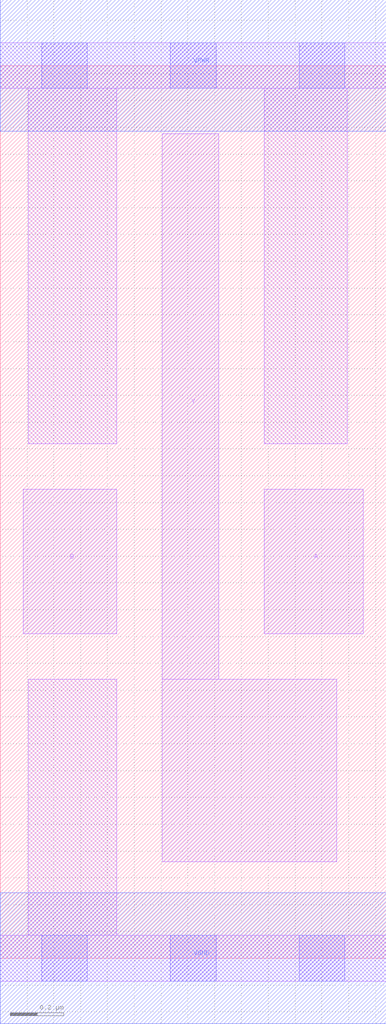
<source format=lef>
# Copyright 2020 The SkyWater PDK Authors
#
# Licensed under the Apache License, Version 2.0 (the "License");
# you may not use this file except in compliance with the License.
# You may obtain a copy of the License at
#
#     https://www.apache.org/licenses/LICENSE-2.0
#
# Unless required by applicable law or agreed to in writing, software
# distributed under the License is distributed on an "AS IS" BASIS,
# WITHOUT WARRANTIES OR CONDITIONS OF ANY KIND, either express or implied.
# See the License for the specific language governing permissions and
# limitations under the License.
#
# SPDX-License-Identifier: Apache-2.0

VERSION 5.7 ;
  NOWIREEXTENSIONATPIN ON ;
  DIVIDERCHAR "/" ;
  BUSBITCHARS "[]" ;
UNITS
  DATABASE MICRONS 200 ;
END UNITS
MACRO sky130_fd_sc_lp__nand2_1
  CLASS CORE ;
  FOREIGN sky130_fd_sc_lp__nand2_1 ;
  ORIGIN  0.000000  0.000000 ;
  SIZE  1.440000 BY  3.330000 ;
  SYMMETRY X Y R90 ;
  SITE unit ;
  PIN A
    ANTENNAGATEAREA  0.315000 ;
    DIRECTION INPUT ;
    USE SIGNAL ;
    PORT
      LAYER li1 ;
        RECT 0.985000 1.210000 1.355000 1.750000 ;
    END
  END A
  PIN B
    ANTENNAGATEAREA  0.315000 ;
    DIRECTION INPUT ;
    USE SIGNAL ;
    PORT
      LAYER li1 ;
        RECT 0.085000 1.210000 0.435000 1.750000 ;
    END
  END B
  PIN Y
    ANTENNADIFFAREA  0.575400 ;
    DIRECTION OUTPUT ;
    USE SIGNAL ;
    PORT
      LAYER li1 ;
        RECT 0.605000 0.360000 1.255000 1.040000 ;
        RECT 0.605000 1.040000 0.815000 3.075000 ;
    END
  END Y
  PIN VGND
    DIRECTION INOUT ;
    USE GROUND ;
    PORT
      LAYER met1 ;
        RECT 0.000000 -0.245000 1.440000 0.245000 ;
    END
  END VGND
  PIN VPWR
    DIRECTION INOUT ;
    USE POWER ;
    PORT
      LAYER met1 ;
        RECT 0.000000 3.085000 1.440000 3.575000 ;
    END
  END VPWR
  OBS
    LAYER li1 ;
      RECT 0.000000 -0.085000 1.440000 0.085000 ;
      RECT 0.000000  3.245000 1.440000 3.415000 ;
      RECT 0.105000  0.085000 0.435000 1.040000 ;
      RECT 0.105000  1.920000 0.435000 3.245000 ;
      RECT 0.985000  1.920000 1.295000 3.245000 ;
    LAYER mcon ;
      RECT 0.155000 -0.085000 0.325000 0.085000 ;
      RECT 0.155000  3.245000 0.325000 3.415000 ;
      RECT 0.635000 -0.085000 0.805000 0.085000 ;
      RECT 0.635000  3.245000 0.805000 3.415000 ;
      RECT 1.115000 -0.085000 1.285000 0.085000 ;
      RECT 1.115000  3.245000 1.285000 3.415000 ;
  END
END sky130_fd_sc_lp__nand2_1
END LIBRARY

</source>
